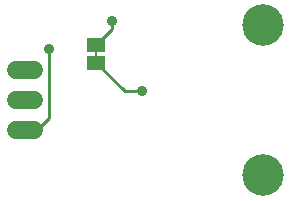
<source format=gbr>
G04 EAGLE Gerber RS-274X export*
G75*
%MOMM*%
%FSLAX34Y34*%
%LPD*%
%INBottom Copper*%
%IPPOS*%
%AMOC8*
5,1,8,0,0,1.08239X$1,22.5*%
G01*
%ADD10R,1.600200X1.168400*%
%ADD11R,0.203200X0.635000*%
%ADD12C,3.516000*%
%ADD13C,1.508000*%
%ADD14C,0.906400*%
%ADD15C,0.254000*%


D10*
X86995Y135890D03*
X86995Y120650D03*
D11*
X86995Y128270D03*
D12*
X228600Y25400D03*
X228600Y152400D03*
D13*
X34210Y114300D02*
X19130Y114300D01*
X19130Y88900D02*
X34210Y88900D01*
X34210Y63500D02*
X19130Y63500D01*
D14*
X46990Y132080D03*
D15*
X36830Y63500D02*
X26670Y63500D01*
X46990Y73660D02*
X46990Y132080D01*
X46990Y73660D02*
X36830Y63500D01*
X86995Y120650D02*
X111150Y96495D01*
X125730Y96495D01*
D14*
X125730Y96495D03*
X100330Y156210D03*
D15*
X100330Y149225D01*
X86995Y135890D01*
M02*

</source>
